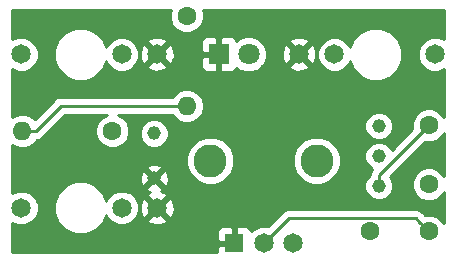
<source format=gbr>
G04 #@! TF.GenerationSoftware,KiCad,Pcbnew,(5.0.0)*
G04 #@! TF.CreationDate,2018-08-29T14:30:47+02:00*
G04 #@! TF.ProjectId,1u_lpg,31755F6C70672E6B696361645F706362,rev?*
G04 #@! TF.SameCoordinates,Original*
G04 #@! TF.FileFunction,Copper,L2,Bot,Signal*
G04 #@! TF.FilePolarity,Positive*
%FSLAX46Y46*%
G04 Gerber Fmt 4.6, Leading zero omitted, Abs format (unit mm)*
G04 Created by KiCad (PCBNEW (5.0.0)) date 08/29/18 14:30:47*
%MOMM*%
%LPD*%
G01*
G04 APERTURE LIST*
G04 #@! TA.AperFunction,ComponentPad*
%ADD10C,1.150000*%
G04 #@! TD*
G04 #@! TA.AperFunction,ComponentPad*
%ADD11C,1.800000*%
G04 #@! TD*
G04 #@! TA.AperFunction,ComponentPad*
%ADD12R,1.800000X1.800000*%
G04 #@! TD*
G04 #@! TA.AperFunction,ComponentPad*
%ADD13C,1.648460*%
G04 #@! TD*
G04 #@! TA.AperFunction,ComponentPad*
%ADD14R,1.648460X1.648460*%
G04 #@! TD*
G04 #@! TA.AperFunction,ComponentPad*
%ADD15C,2.794000*%
G04 #@! TD*
G04 #@! TA.AperFunction,ComponentPad*
%ADD16C,1.600000*%
G04 #@! TD*
G04 #@! TA.AperFunction,ComponentPad*
%ADD17O,1.600000X1.600000*%
G04 #@! TD*
G04 #@! TA.AperFunction,Conductor*
%ADD18C,0.250000*%
G04 #@! TD*
G04 #@! TA.AperFunction,Conductor*
%ADD19C,0.254000*%
G04 #@! TD*
G04 APERTURE END LIST*
D10*
G04 #@! TO.P,U1,1*
G04 #@! TO.N,GND*
X12750000Y-15000000D03*
G04 #@! TO.P,U1,3*
G04 #@! TO.N,Net-(C2-Pad1)*
X31750000Y-15640000D03*
G04 #@! TO.P,U1,5*
G04 #@! TO.N,Net-(J_IN_1-PadP$1_TIP)*
X31750000Y-10560000D03*
G04 #@! TO.P,U1,2*
G04 #@! TO.N,Net-(R_VAC_1-Pad1)*
X12750000Y-11200000D03*
G04 #@! TO.P,U1,4*
G04 #@! TO.N,Net-(C1-Pad1)*
X31750000Y-13100000D03*
G04 #@! TD*
D11*
G04 #@! TO.P,D1,2*
G04 #@! TO.N,Net-(D1-Pad2)*
X20750000Y-4500000D03*
D12*
G04 #@! TO.P,D1,1*
G04 #@! TO.N,GND*
X18210000Y-4500000D03*
G04 #@! TD*
D13*
G04 #@! TO.P,J_CV_1,P$1_TIP*
G04 #@! TO.N,Net-(J_CV_1-PadP$1_TIP)*
X1501280Y-17500000D03*
G04 #@! TO.P,J_CV_1,P$2_SWITCH*
G04 #@! TO.N,N/C*
X9997580Y-17500000D03*
G04 #@! TO.P,J_CV_1,P$3_SLEEVE*
G04 #@! TO.N,GND*
X12999860Y-17500000D03*
G04 #@! TD*
G04 #@! TO.P,J_IN_1,P$3_SLEEVE*
G04 #@! TO.N,GND*
X12999860Y-4500000D03*
G04 #@! TO.P,J_IN_1,P$2_SWITCH*
G04 #@! TO.N,N/C*
X9997580Y-4500000D03*
G04 #@! TO.P,J_IN_1,P$1_TIP*
G04 #@! TO.N,Net-(J_IN_1-PadP$1_TIP)*
X1501280Y-4500000D03*
G04 #@! TD*
G04 #@! TO.P,J_OUT_1,P$1_TIP*
G04 #@! TO.N,Net-(C2-Pad1)*
X36498720Y-4500000D03*
G04 #@! TO.P,J_OUT_1,P$2_SWITCH*
G04 #@! TO.N,N/C*
X28002420Y-4500000D03*
G04 #@! TO.P,J_OUT_1,P$3_SLEEVE*
G04 #@! TO.N,GND*
X25000140Y-4500000D03*
G04 #@! TD*
D14*
G04 #@! TO.P,RV1,1*
G04 #@! TO.N,GND*
X19500640Y-20497700D03*
D13*
G04 #@! TO.P,RV1,2*
G04 #@! TO.N,Net-(C1-Pad2)*
X22000000Y-20497700D03*
G04 #@! TO.P,RV1,3*
G04 #@! TO.N,N/C*
X24499360Y-20497700D03*
D15*
G04 #@! TO.P,RV1,CHASSIS1*
X17501660Y-13500000D03*
G04 #@! TO.P,RV1,CHASSIS2*
X26498340Y-13500000D03*
G04 #@! TD*
D16*
G04 #@! TO.P,R_VAC_1,1*
G04 #@! TO.N,Net-(R_VAC_1-Pad1)*
X9200000Y-11000000D03*
D17*
G04 #@! TO.P,R_VAC_1,2*
G04 #@! TO.N,Net-(J_CV_1-PadP$1_TIP)*
X1580000Y-11000000D03*
G04 #@! TD*
G04 #@! TO.P,R_LED_1,2*
G04 #@! TO.N,Net-(J_CV_1-PadP$1_TIP)*
X15500000Y-8870000D03*
D16*
G04 #@! TO.P,R_LED_1,1*
G04 #@! TO.N,Net-(D1-Pad2)*
X15500000Y-1250000D03*
G04 #@! TD*
G04 #@! TO.P,C1,2*
G04 #@! TO.N,Net-(C1-Pad2)*
X36000000Y-19500000D03*
G04 #@! TO.P,C1,1*
G04 #@! TO.N,Net-(C1-Pad1)*
X31000000Y-19500000D03*
G04 #@! TD*
G04 #@! TO.P,C2,1*
G04 #@! TO.N,Net-(C2-Pad1)*
X36000000Y-10500000D03*
G04 #@! TO.P,C2,2*
G04 #@! TO.N,Net-(C1-Pad2)*
X36000000Y-15500000D03*
G04 #@! TD*
D18*
G04 #@! TO.N,Net-(C1-Pad2)*
X35200001Y-18700001D02*
X36000000Y-19500000D01*
X34874999Y-18374999D02*
X35200001Y-18700001D01*
X24122701Y-18374999D02*
X34874999Y-18374999D01*
X22000000Y-20497700D02*
X24122701Y-18374999D01*
G04 #@! TO.N,Net-(J_CV_1-PadP$1_TIP)*
X14368630Y-8870000D02*
X15500000Y-8870000D01*
X4841370Y-8870000D02*
X14368630Y-8870000D01*
X2711370Y-11000000D02*
X4841370Y-8870000D01*
X1580000Y-11000000D02*
X2711370Y-11000000D01*
G04 #@! TO.N,Net-(C2-Pad1)*
X31750000Y-14750000D02*
X36000000Y-10500000D01*
X31750000Y-15640000D02*
X31750000Y-14750000D01*
G04 #@! TD*
D19*
G04 #@! TO.N,GND*
G36*
X14065000Y-964561D02*
X14065000Y-1535439D01*
X14283466Y-2062862D01*
X14687138Y-2466534D01*
X15214561Y-2685000D01*
X15785439Y-2685000D01*
X16312862Y-2466534D01*
X16716534Y-2062862D01*
X16935000Y-1535439D01*
X16935000Y-964561D01*
X16839913Y-735000D01*
X37265001Y-735000D01*
X37265001Y-3237945D01*
X36788979Y-3040770D01*
X36208461Y-3040770D01*
X35672133Y-3262925D01*
X35261645Y-3673413D01*
X35039490Y-4209741D01*
X35039490Y-4790259D01*
X35261645Y-5326587D01*
X35672133Y-5737075D01*
X36208461Y-5959230D01*
X36788979Y-5959230D01*
X37265001Y-5762055D01*
X37265001Y-9804146D01*
X37216534Y-9687138D01*
X36812862Y-9283466D01*
X36285439Y-9065000D01*
X35714561Y-9065000D01*
X35187138Y-9283466D01*
X34783466Y-9687138D01*
X34565000Y-10214561D01*
X34565000Y-10785439D01*
X34586896Y-10838302D01*
X32844565Y-12580633D01*
X32775788Y-12414590D01*
X32435410Y-12074212D01*
X31990684Y-11890000D01*
X31509316Y-11890000D01*
X31064590Y-12074212D01*
X30724212Y-12414590D01*
X30540000Y-12859316D01*
X30540000Y-13340684D01*
X30724212Y-13785410D01*
X31064590Y-14125788D01*
X31219936Y-14190135D01*
X31202072Y-14202071D01*
X31159672Y-14265527D01*
X31159671Y-14265528D01*
X31034097Y-14453463D01*
X30986611Y-14692191D01*
X30724212Y-14954590D01*
X30540000Y-15399316D01*
X30540000Y-15880684D01*
X30724212Y-16325410D01*
X31064590Y-16665788D01*
X31509316Y-16850000D01*
X31990684Y-16850000D01*
X32435410Y-16665788D01*
X32775788Y-16325410D01*
X32960000Y-15880684D01*
X32960000Y-15399316D01*
X32775788Y-14954590D01*
X32698000Y-14876802D01*
X35661698Y-11913104D01*
X35714561Y-11935000D01*
X36285439Y-11935000D01*
X36812862Y-11716534D01*
X37216534Y-11312862D01*
X37265000Y-11195854D01*
X37265000Y-14804146D01*
X37216534Y-14687138D01*
X36812862Y-14283466D01*
X36285439Y-14065000D01*
X35714561Y-14065000D01*
X35187138Y-14283466D01*
X34783466Y-14687138D01*
X34565000Y-15214561D01*
X34565000Y-15785439D01*
X34783466Y-16312862D01*
X35187138Y-16716534D01*
X35714561Y-16935000D01*
X36285439Y-16935000D01*
X36812862Y-16716534D01*
X37216534Y-16312862D01*
X37265000Y-16195854D01*
X37265000Y-18804146D01*
X37216534Y-18687138D01*
X36812862Y-18283466D01*
X36285439Y-18065000D01*
X35714561Y-18065000D01*
X35661698Y-18086897D01*
X35465330Y-17890529D01*
X35422928Y-17827070D01*
X35171536Y-17659095D01*
X34949851Y-17614999D01*
X34949846Y-17614999D01*
X34874999Y-17600111D01*
X34800152Y-17614999D01*
X24197549Y-17614999D01*
X24122701Y-17600111D01*
X24047853Y-17614999D01*
X24047849Y-17614999D01*
X23826164Y-17659095D01*
X23574772Y-17827070D01*
X23532372Y-17890526D01*
X22356847Y-19066052D01*
X22290259Y-19038470D01*
X21709741Y-19038470D01*
X21173413Y-19260625D01*
X20938491Y-19495547D01*
X20863197Y-19313771D01*
X20684568Y-19135143D01*
X20451179Y-19038470D01*
X19786390Y-19038470D01*
X19627640Y-19197220D01*
X19627640Y-20370700D01*
X19647640Y-20370700D01*
X19647640Y-20624700D01*
X19627640Y-20624700D01*
X19627640Y-20644700D01*
X19373640Y-20644700D01*
X19373640Y-20624700D01*
X18200160Y-20624700D01*
X18041410Y-20783450D01*
X18041410Y-21265000D01*
X735000Y-21265000D01*
X735000Y-18762055D01*
X1211021Y-18959230D01*
X1791539Y-18959230D01*
X2327867Y-18737075D01*
X2738355Y-18326587D01*
X2960510Y-17790259D01*
X2960510Y-17209741D01*
X2896593Y-17055431D01*
X4265000Y-17055431D01*
X4265000Y-17944569D01*
X4605259Y-18766026D01*
X5233974Y-19394741D01*
X6055431Y-19735000D01*
X6944569Y-19735000D01*
X7398054Y-19547160D01*
X18041410Y-19547160D01*
X18041410Y-20211950D01*
X18200160Y-20370700D01*
X19373640Y-20370700D01*
X19373640Y-19197220D01*
X19214890Y-19038470D01*
X18550101Y-19038470D01*
X18316712Y-19135143D01*
X18138083Y-19313771D01*
X18041410Y-19547160D01*
X7398054Y-19547160D01*
X7766026Y-19394741D01*
X8394741Y-18766026D01*
X8668634Y-18104791D01*
X8760505Y-18326587D01*
X9170993Y-18737075D01*
X9707321Y-18959230D01*
X10287839Y-18959230D01*
X10824167Y-18737075D01*
X11035947Y-18525295D01*
X12154170Y-18525295D01*
X12231279Y-18773926D01*
X12777295Y-18971077D01*
X13357194Y-18944270D01*
X13768441Y-18773926D01*
X13845550Y-18525295D01*
X12999860Y-17679605D01*
X12154170Y-18525295D01*
X11035947Y-18525295D01*
X11234655Y-18326587D01*
X11456810Y-17790259D01*
X11456810Y-17277435D01*
X11528783Y-17277435D01*
X11555590Y-17857334D01*
X11725934Y-18268581D01*
X11974565Y-18345690D01*
X12820255Y-17500000D01*
X13179465Y-17500000D01*
X14025155Y-18345690D01*
X14273786Y-18268581D01*
X14470937Y-17722565D01*
X14444130Y-17142666D01*
X14273786Y-16731419D01*
X14025155Y-16654310D01*
X13179465Y-17500000D01*
X12820255Y-17500000D01*
X11974565Y-16654310D01*
X11725934Y-16731419D01*
X11528783Y-17277435D01*
X11456810Y-17277435D01*
X11456810Y-17209741D01*
X11234655Y-16673413D01*
X10824167Y-16262925D01*
X10287839Y-16040770D01*
X9707321Y-16040770D01*
X9170993Y-16262925D01*
X8760505Y-16673413D01*
X8668634Y-16895209D01*
X8394741Y-16233974D01*
X8005354Y-15844587D01*
X12085018Y-15844587D01*
X12131443Y-16067435D01*
X12396177Y-16157771D01*
X12231279Y-16226074D01*
X12154170Y-16474705D01*
X12999860Y-17320395D01*
X13845550Y-16474705D01*
X13768441Y-16226074D01*
X13350174Y-16075050D01*
X13368557Y-16067435D01*
X13414982Y-15844587D01*
X12750000Y-15179605D01*
X12085018Y-15844587D01*
X8005354Y-15844587D01*
X7766026Y-15605259D01*
X6944569Y-15265000D01*
X6055431Y-15265000D01*
X5233974Y-15605259D01*
X4605259Y-16233974D01*
X4265000Y-17055431D01*
X2896593Y-17055431D01*
X2738355Y-16673413D01*
X2327867Y-16262925D01*
X1791539Y-16040770D01*
X1211021Y-16040770D01*
X735000Y-16237945D01*
X735000Y-14837018D01*
X11527108Y-14837018D01*
X11557824Y-15317405D01*
X11682565Y-15618557D01*
X11905413Y-15664982D01*
X12570395Y-15000000D01*
X12929605Y-15000000D01*
X13594587Y-15664982D01*
X13817435Y-15618557D01*
X13972892Y-15162982D01*
X13942176Y-14682595D01*
X13817435Y-14381443D01*
X13594587Y-14335018D01*
X12929605Y-15000000D01*
X12570395Y-15000000D01*
X11905413Y-14335018D01*
X11682565Y-14381443D01*
X11527108Y-14837018D01*
X735000Y-14837018D01*
X735000Y-14155413D01*
X12085018Y-14155413D01*
X12750000Y-14820395D01*
X13414982Y-14155413D01*
X13368557Y-13932565D01*
X12912982Y-13777108D01*
X12432595Y-13807824D01*
X12131443Y-13932565D01*
X12085018Y-14155413D01*
X735000Y-14155413D01*
X735000Y-13095810D01*
X15469660Y-13095810D01*
X15469660Y-13904190D01*
X15779014Y-14651035D01*
X16350625Y-15222646D01*
X17097470Y-15532000D01*
X17905850Y-15532000D01*
X18652695Y-15222646D01*
X19224306Y-14651035D01*
X19533660Y-13904190D01*
X19533660Y-13095810D01*
X24466340Y-13095810D01*
X24466340Y-13904190D01*
X24775694Y-14651035D01*
X25347305Y-15222646D01*
X26094150Y-15532000D01*
X26902530Y-15532000D01*
X27649375Y-15222646D01*
X28220986Y-14651035D01*
X28530340Y-13904190D01*
X28530340Y-13095810D01*
X28220986Y-12348965D01*
X27649375Y-11777354D01*
X26902530Y-11468000D01*
X26094150Y-11468000D01*
X25347305Y-11777354D01*
X24775694Y-12348965D01*
X24466340Y-13095810D01*
X19533660Y-13095810D01*
X19224306Y-12348965D01*
X18652695Y-11777354D01*
X17905850Y-11468000D01*
X17097470Y-11468000D01*
X16350625Y-11777354D01*
X15779014Y-12348965D01*
X15469660Y-13095810D01*
X735000Y-13095810D01*
X735000Y-12161248D01*
X1020091Y-12351740D01*
X1438667Y-12435000D01*
X1721333Y-12435000D01*
X2139909Y-12351740D01*
X2614577Y-12034577D01*
X2799855Y-11757288D01*
X3007907Y-11715904D01*
X3259299Y-11547929D01*
X3301701Y-11484470D01*
X5156172Y-9630000D01*
X8757637Y-9630000D01*
X8387138Y-9783466D01*
X7983466Y-10187138D01*
X7765000Y-10714561D01*
X7765000Y-11285439D01*
X7983466Y-11812862D01*
X8387138Y-12216534D01*
X8914561Y-12435000D01*
X9485439Y-12435000D01*
X10012862Y-12216534D01*
X10416534Y-11812862D01*
X10635000Y-11285439D01*
X10635000Y-10959316D01*
X11540000Y-10959316D01*
X11540000Y-11440684D01*
X11724212Y-11885410D01*
X12064590Y-12225788D01*
X12509316Y-12410000D01*
X12990684Y-12410000D01*
X13435410Y-12225788D01*
X13775788Y-11885410D01*
X13960000Y-11440684D01*
X13960000Y-10959316D01*
X13775788Y-10514590D01*
X13580514Y-10319316D01*
X30540000Y-10319316D01*
X30540000Y-10800684D01*
X30724212Y-11245410D01*
X31064590Y-11585788D01*
X31509316Y-11770000D01*
X31990684Y-11770000D01*
X32435410Y-11585788D01*
X32775788Y-11245410D01*
X32960000Y-10800684D01*
X32960000Y-10319316D01*
X32775788Y-9874590D01*
X32435410Y-9534212D01*
X31990684Y-9350000D01*
X31509316Y-9350000D01*
X31064590Y-9534212D01*
X30724212Y-9874590D01*
X30540000Y-10319316D01*
X13580514Y-10319316D01*
X13435410Y-10174212D01*
X12990684Y-9990000D01*
X12509316Y-9990000D01*
X12064590Y-10174212D01*
X11724212Y-10514590D01*
X11540000Y-10959316D01*
X10635000Y-10959316D01*
X10635000Y-10714561D01*
X10416534Y-10187138D01*
X10012862Y-9783466D01*
X9642363Y-9630000D01*
X14281957Y-9630000D01*
X14465423Y-9904577D01*
X14940091Y-10221740D01*
X15358667Y-10305000D01*
X15641333Y-10305000D01*
X16059909Y-10221740D01*
X16534577Y-9904577D01*
X16851740Y-9429909D01*
X16963113Y-8870000D01*
X16851740Y-8310091D01*
X16534577Y-7835423D01*
X16059909Y-7518260D01*
X15641333Y-7435000D01*
X15358667Y-7435000D01*
X14940091Y-7518260D01*
X14465423Y-7835423D01*
X14281957Y-8110000D01*
X4916217Y-8110000D01*
X4841370Y-8095112D01*
X4766523Y-8110000D01*
X4766518Y-8110000D01*
X4544833Y-8154096D01*
X4293441Y-8322071D01*
X4251041Y-8385527D01*
X2637235Y-9999333D01*
X2614577Y-9965423D01*
X2139909Y-9648260D01*
X1721333Y-9565000D01*
X1438667Y-9565000D01*
X1020091Y-9648260D01*
X735000Y-9838752D01*
X735000Y-5762055D01*
X1211021Y-5959230D01*
X1791539Y-5959230D01*
X2327867Y-5737075D01*
X2738355Y-5326587D01*
X2960510Y-4790259D01*
X2960510Y-4209741D01*
X2896593Y-4055431D01*
X4265000Y-4055431D01*
X4265000Y-4944569D01*
X4605259Y-5766026D01*
X5233974Y-6394741D01*
X6055431Y-6735000D01*
X6944569Y-6735000D01*
X7766026Y-6394741D01*
X8394741Y-5766026D01*
X8668634Y-5104791D01*
X8760505Y-5326587D01*
X9170993Y-5737075D01*
X9707321Y-5959230D01*
X10287839Y-5959230D01*
X10824167Y-5737075D01*
X11035947Y-5525295D01*
X12154170Y-5525295D01*
X12231279Y-5773926D01*
X12777295Y-5971077D01*
X13357194Y-5944270D01*
X13768441Y-5773926D01*
X13845550Y-5525295D01*
X12999860Y-4679605D01*
X12154170Y-5525295D01*
X11035947Y-5525295D01*
X11234655Y-5326587D01*
X11456810Y-4790259D01*
X11456810Y-4277435D01*
X11528783Y-4277435D01*
X11555590Y-4857334D01*
X11725934Y-5268581D01*
X11974565Y-5345690D01*
X12820255Y-4500000D01*
X13179465Y-4500000D01*
X14025155Y-5345690D01*
X14273786Y-5268581D01*
X14448122Y-4785750D01*
X16675000Y-4785750D01*
X16675000Y-5526310D01*
X16771673Y-5759699D01*
X16950302Y-5938327D01*
X17183691Y-6035000D01*
X17924250Y-6035000D01*
X18083000Y-5876250D01*
X18083000Y-4627000D01*
X16833750Y-4627000D01*
X16675000Y-4785750D01*
X14448122Y-4785750D01*
X14470937Y-4722565D01*
X14444130Y-4142666D01*
X14273786Y-3731419D01*
X14025155Y-3654310D01*
X13179465Y-4500000D01*
X12820255Y-4500000D01*
X11974565Y-3654310D01*
X11725934Y-3731419D01*
X11528783Y-4277435D01*
X11456810Y-4277435D01*
X11456810Y-4209741D01*
X11234655Y-3673413D01*
X11035947Y-3474705D01*
X12154170Y-3474705D01*
X12999860Y-4320395D01*
X13845550Y-3474705D01*
X13845236Y-3473690D01*
X16675000Y-3473690D01*
X16675000Y-4214250D01*
X16833750Y-4373000D01*
X18083000Y-4373000D01*
X18083000Y-3123750D01*
X18337000Y-3123750D01*
X18337000Y-4373000D01*
X18357000Y-4373000D01*
X18357000Y-4627000D01*
X18337000Y-4627000D01*
X18337000Y-5876250D01*
X18495750Y-6035000D01*
X19236309Y-6035000D01*
X19469698Y-5938327D01*
X19648327Y-5759699D01*
X19704139Y-5624956D01*
X19880493Y-5801310D01*
X20444670Y-6035000D01*
X21055330Y-6035000D01*
X21619507Y-5801310D01*
X21895522Y-5525295D01*
X24154450Y-5525295D01*
X24231559Y-5773926D01*
X24777575Y-5971077D01*
X25357474Y-5944270D01*
X25768721Y-5773926D01*
X25845830Y-5525295D01*
X25000140Y-4679605D01*
X24154450Y-5525295D01*
X21895522Y-5525295D01*
X22051310Y-5369507D01*
X22285000Y-4805330D01*
X22285000Y-4277435D01*
X23529063Y-4277435D01*
X23555870Y-4857334D01*
X23726214Y-5268581D01*
X23974845Y-5345690D01*
X24820535Y-4500000D01*
X25179745Y-4500000D01*
X26025435Y-5345690D01*
X26274066Y-5268581D01*
X26471217Y-4722565D01*
X26447511Y-4209741D01*
X26543190Y-4209741D01*
X26543190Y-4790259D01*
X26765345Y-5326587D01*
X27175833Y-5737075D01*
X27712161Y-5959230D01*
X28292679Y-5959230D01*
X28829007Y-5737075D01*
X29239495Y-5326587D01*
X29331366Y-5104791D01*
X29605259Y-5766026D01*
X30233974Y-6394741D01*
X31055431Y-6735000D01*
X31944569Y-6735000D01*
X32766026Y-6394741D01*
X33394741Y-5766026D01*
X33735000Y-4944569D01*
X33735000Y-4055431D01*
X33394741Y-3233974D01*
X32766026Y-2605259D01*
X31944569Y-2265000D01*
X31055431Y-2265000D01*
X30233974Y-2605259D01*
X29605259Y-3233974D01*
X29331366Y-3895209D01*
X29239495Y-3673413D01*
X28829007Y-3262925D01*
X28292679Y-3040770D01*
X27712161Y-3040770D01*
X27175833Y-3262925D01*
X26765345Y-3673413D01*
X26543190Y-4209741D01*
X26447511Y-4209741D01*
X26444410Y-4142666D01*
X26274066Y-3731419D01*
X26025435Y-3654310D01*
X25179745Y-4500000D01*
X24820535Y-4500000D01*
X23974845Y-3654310D01*
X23726214Y-3731419D01*
X23529063Y-4277435D01*
X22285000Y-4277435D01*
X22285000Y-4194670D01*
X22051310Y-3630493D01*
X21895522Y-3474705D01*
X24154450Y-3474705D01*
X25000140Y-4320395D01*
X25845830Y-3474705D01*
X25768721Y-3226074D01*
X25222705Y-3028923D01*
X24642806Y-3055730D01*
X24231559Y-3226074D01*
X24154450Y-3474705D01*
X21895522Y-3474705D01*
X21619507Y-3198690D01*
X21055330Y-2965000D01*
X20444670Y-2965000D01*
X19880493Y-3198690D01*
X19704139Y-3375044D01*
X19648327Y-3240301D01*
X19469698Y-3061673D01*
X19236309Y-2965000D01*
X18495750Y-2965000D01*
X18337000Y-3123750D01*
X18083000Y-3123750D01*
X17924250Y-2965000D01*
X17183691Y-2965000D01*
X16950302Y-3061673D01*
X16771673Y-3240301D01*
X16675000Y-3473690D01*
X13845236Y-3473690D01*
X13768441Y-3226074D01*
X13222425Y-3028923D01*
X12642526Y-3055730D01*
X12231279Y-3226074D01*
X12154170Y-3474705D01*
X11035947Y-3474705D01*
X10824167Y-3262925D01*
X10287839Y-3040770D01*
X9707321Y-3040770D01*
X9170993Y-3262925D01*
X8760505Y-3673413D01*
X8668634Y-3895209D01*
X8394741Y-3233974D01*
X7766026Y-2605259D01*
X6944569Y-2265000D01*
X6055431Y-2265000D01*
X5233974Y-2605259D01*
X4605259Y-3233974D01*
X4265000Y-4055431D01*
X2896593Y-4055431D01*
X2738355Y-3673413D01*
X2327867Y-3262925D01*
X1791539Y-3040770D01*
X1211021Y-3040770D01*
X735000Y-3237945D01*
X735000Y-735000D01*
X14160087Y-735000D01*
X14065000Y-964561D01*
X14065000Y-964561D01*
G37*
X14065000Y-964561D02*
X14065000Y-1535439D01*
X14283466Y-2062862D01*
X14687138Y-2466534D01*
X15214561Y-2685000D01*
X15785439Y-2685000D01*
X16312862Y-2466534D01*
X16716534Y-2062862D01*
X16935000Y-1535439D01*
X16935000Y-964561D01*
X16839913Y-735000D01*
X37265001Y-735000D01*
X37265001Y-3237945D01*
X36788979Y-3040770D01*
X36208461Y-3040770D01*
X35672133Y-3262925D01*
X35261645Y-3673413D01*
X35039490Y-4209741D01*
X35039490Y-4790259D01*
X35261645Y-5326587D01*
X35672133Y-5737075D01*
X36208461Y-5959230D01*
X36788979Y-5959230D01*
X37265001Y-5762055D01*
X37265001Y-9804146D01*
X37216534Y-9687138D01*
X36812862Y-9283466D01*
X36285439Y-9065000D01*
X35714561Y-9065000D01*
X35187138Y-9283466D01*
X34783466Y-9687138D01*
X34565000Y-10214561D01*
X34565000Y-10785439D01*
X34586896Y-10838302D01*
X32844565Y-12580633D01*
X32775788Y-12414590D01*
X32435410Y-12074212D01*
X31990684Y-11890000D01*
X31509316Y-11890000D01*
X31064590Y-12074212D01*
X30724212Y-12414590D01*
X30540000Y-12859316D01*
X30540000Y-13340684D01*
X30724212Y-13785410D01*
X31064590Y-14125788D01*
X31219936Y-14190135D01*
X31202072Y-14202071D01*
X31159672Y-14265527D01*
X31159671Y-14265528D01*
X31034097Y-14453463D01*
X30986611Y-14692191D01*
X30724212Y-14954590D01*
X30540000Y-15399316D01*
X30540000Y-15880684D01*
X30724212Y-16325410D01*
X31064590Y-16665788D01*
X31509316Y-16850000D01*
X31990684Y-16850000D01*
X32435410Y-16665788D01*
X32775788Y-16325410D01*
X32960000Y-15880684D01*
X32960000Y-15399316D01*
X32775788Y-14954590D01*
X32698000Y-14876802D01*
X35661698Y-11913104D01*
X35714561Y-11935000D01*
X36285439Y-11935000D01*
X36812862Y-11716534D01*
X37216534Y-11312862D01*
X37265000Y-11195854D01*
X37265000Y-14804146D01*
X37216534Y-14687138D01*
X36812862Y-14283466D01*
X36285439Y-14065000D01*
X35714561Y-14065000D01*
X35187138Y-14283466D01*
X34783466Y-14687138D01*
X34565000Y-15214561D01*
X34565000Y-15785439D01*
X34783466Y-16312862D01*
X35187138Y-16716534D01*
X35714561Y-16935000D01*
X36285439Y-16935000D01*
X36812862Y-16716534D01*
X37216534Y-16312862D01*
X37265000Y-16195854D01*
X37265000Y-18804146D01*
X37216534Y-18687138D01*
X36812862Y-18283466D01*
X36285439Y-18065000D01*
X35714561Y-18065000D01*
X35661698Y-18086897D01*
X35465330Y-17890529D01*
X35422928Y-17827070D01*
X35171536Y-17659095D01*
X34949851Y-17614999D01*
X34949846Y-17614999D01*
X34874999Y-17600111D01*
X34800152Y-17614999D01*
X24197549Y-17614999D01*
X24122701Y-17600111D01*
X24047853Y-17614999D01*
X24047849Y-17614999D01*
X23826164Y-17659095D01*
X23574772Y-17827070D01*
X23532372Y-17890526D01*
X22356847Y-19066052D01*
X22290259Y-19038470D01*
X21709741Y-19038470D01*
X21173413Y-19260625D01*
X20938491Y-19495547D01*
X20863197Y-19313771D01*
X20684568Y-19135143D01*
X20451179Y-19038470D01*
X19786390Y-19038470D01*
X19627640Y-19197220D01*
X19627640Y-20370700D01*
X19647640Y-20370700D01*
X19647640Y-20624700D01*
X19627640Y-20624700D01*
X19627640Y-20644700D01*
X19373640Y-20644700D01*
X19373640Y-20624700D01*
X18200160Y-20624700D01*
X18041410Y-20783450D01*
X18041410Y-21265000D01*
X735000Y-21265000D01*
X735000Y-18762055D01*
X1211021Y-18959230D01*
X1791539Y-18959230D01*
X2327867Y-18737075D01*
X2738355Y-18326587D01*
X2960510Y-17790259D01*
X2960510Y-17209741D01*
X2896593Y-17055431D01*
X4265000Y-17055431D01*
X4265000Y-17944569D01*
X4605259Y-18766026D01*
X5233974Y-19394741D01*
X6055431Y-19735000D01*
X6944569Y-19735000D01*
X7398054Y-19547160D01*
X18041410Y-19547160D01*
X18041410Y-20211950D01*
X18200160Y-20370700D01*
X19373640Y-20370700D01*
X19373640Y-19197220D01*
X19214890Y-19038470D01*
X18550101Y-19038470D01*
X18316712Y-19135143D01*
X18138083Y-19313771D01*
X18041410Y-19547160D01*
X7398054Y-19547160D01*
X7766026Y-19394741D01*
X8394741Y-18766026D01*
X8668634Y-18104791D01*
X8760505Y-18326587D01*
X9170993Y-18737075D01*
X9707321Y-18959230D01*
X10287839Y-18959230D01*
X10824167Y-18737075D01*
X11035947Y-18525295D01*
X12154170Y-18525295D01*
X12231279Y-18773926D01*
X12777295Y-18971077D01*
X13357194Y-18944270D01*
X13768441Y-18773926D01*
X13845550Y-18525295D01*
X12999860Y-17679605D01*
X12154170Y-18525295D01*
X11035947Y-18525295D01*
X11234655Y-18326587D01*
X11456810Y-17790259D01*
X11456810Y-17277435D01*
X11528783Y-17277435D01*
X11555590Y-17857334D01*
X11725934Y-18268581D01*
X11974565Y-18345690D01*
X12820255Y-17500000D01*
X13179465Y-17500000D01*
X14025155Y-18345690D01*
X14273786Y-18268581D01*
X14470937Y-17722565D01*
X14444130Y-17142666D01*
X14273786Y-16731419D01*
X14025155Y-16654310D01*
X13179465Y-17500000D01*
X12820255Y-17500000D01*
X11974565Y-16654310D01*
X11725934Y-16731419D01*
X11528783Y-17277435D01*
X11456810Y-17277435D01*
X11456810Y-17209741D01*
X11234655Y-16673413D01*
X10824167Y-16262925D01*
X10287839Y-16040770D01*
X9707321Y-16040770D01*
X9170993Y-16262925D01*
X8760505Y-16673413D01*
X8668634Y-16895209D01*
X8394741Y-16233974D01*
X8005354Y-15844587D01*
X12085018Y-15844587D01*
X12131443Y-16067435D01*
X12396177Y-16157771D01*
X12231279Y-16226074D01*
X12154170Y-16474705D01*
X12999860Y-17320395D01*
X13845550Y-16474705D01*
X13768441Y-16226074D01*
X13350174Y-16075050D01*
X13368557Y-16067435D01*
X13414982Y-15844587D01*
X12750000Y-15179605D01*
X12085018Y-15844587D01*
X8005354Y-15844587D01*
X7766026Y-15605259D01*
X6944569Y-15265000D01*
X6055431Y-15265000D01*
X5233974Y-15605259D01*
X4605259Y-16233974D01*
X4265000Y-17055431D01*
X2896593Y-17055431D01*
X2738355Y-16673413D01*
X2327867Y-16262925D01*
X1791539Y-16040770D01*
X1211021Y-16040770D01*
X735000Y-16237945D01*
X735000Y-14837018D01*
X11527108Y-14837018D01*
X11557824Y-15317405D01*
X11682565Y-15618557D01*
X11905413Y-15664982D01*
X12570395Y-15000000D01*
X12929605Y-15000000D01*
X13594587Y-15664982D01*
X13817435Y-15618557D01*
X13972892Y-15162982D01*
X13942176Y-14682595D01*
X13817435Y-14381443D01*
X13594587Y-14335018D01*
X12929605Y-15000000D01*
X12570395Y-15000000D01*
X11905413Y-14335018D01*
X11682565Y-14381443D01*
X11527108Y-14837018D01*
X735000Y-14837018D01*
X735000Y-14155413D01*
X12085018Y-14155413D01*
X12750000Y-14820395D01*
X13414982Y-14155413D01*
X13368557Y-13932565D01*
X12912982Y-13777108D01*
X12432595Y-13807824D01*
X12131443Y-13932565D01*
X12085018Y-14155413D01*
X735000Y-14155413D01*
X735000Y-13095810D01*
X15469660Y-13095810D01*
X15469660Y-13904190D01*
X15779014Y-14651035D01*
X16350625Y-15222646D01*
X17097470Y-15532000D01*
X17905850Y-15532000D01*
X18652695Y-15222646D01*
X19224306Y-14651035D01*
X19533660Y-13904190D01*
X19533660Y-13095810D01*
X24466340Y-13095810D01*
X24466340Y-13904190D01*
X24775694Y-14651035D01*
X25347305Y-15222646D01*
X26094150Y-15532000D01*
X26902530Y-15532000D01*
X27649375Y-15222646D01*
X28220986Y-14651035D01*
X28530340Y-13904190D01*
X28530340Y-13095810D01*
X28220986Y-12348965D01*
X27649375Y-11777354D01*
X26902530Y-11468000D01*
X26094150Y-11468000D01*
X25347305Y-11777354D01*
X24775694Y-12348965D01*
X24466340Y-13095810D01*
X19533660Y-13095810D01*
X19224306Y-12348965D01*
X18652695Y-11777354D01*
X17905850Y-11468000D01*
X17097470Y-11468000D01*
X16350625Y-11777354D01*
X15779014Y-12348965D01*
X15469660Y-13095810D01*
X735000Y-13095810D01*
X735000Y-12161248D01*
X1020091Y-12351740D01*
X1438667Y-12435000D01*
X1721333Y-12435000D01*
X2139909Y-12351740D01*
X2614577Y-12034577D01*
X2799855Y-11757288D01*
X3007907Y-11715904D01*
X3259299Y-11547929D01*
X3301701Y-11484470D01*
X5156172Y-9630000D01*
X8757637Y-9630000D01*
X8387138Y-9783466D01*
X7983466Y-10187138D01*
X7765000Y-10714561D01*
X7765000Y-11285439D01*
X7983466Y-11812862D01*
X8387138Y-12216534D01*
X8914561Y-12435000D01*
X9485439Y-12435000D01*
X10012862Y-12216534D01*
X10416534Y-11812862D01*
X10635000Y-11285439D01*
X10635000Y-10959316D01*
X11540000Y-10959316D01*
X11540000Y-11440684D01*
X11724212Y-11885410D01*
X12064590Y-12225788D01*
X12509316Y-12410000D01*
X12990684Y-12410000D01*
X13435410Y-12225788D01*
X13775788Y-11885410D01*
X13960000Y-11440684D01*
X13960000Y-10959316D01*
X13775788Y-10514590D01*
X13580514Y-10319316D01*
X30540000Y-10319316D01*
X30540000Y-10800684D01*
X30724212Y-11245410D01*
X31064590Y-11585788D01*
X31509316Y-11770000D01*
X31990684Y-11770000D01*
X32435410Y-11585788D01*
X32775788Y-11245410D01*
X32960000Y-10800684D01*
X32960000Y-10319316D01*
X32775788Y-9874590D01*
X32435410Y-9534212D01*
X31990684Y-9350000D01*
X31509316Y-9350000D01*
X31064590Y-9534212D01*
X30724212Y-9874590D01*
X30540000Y-10319316D01*
X13580514Y-10319316D01*
X13435410Y-10174212D01*
X12990684Y-9990000D01*
X12509316Y-9990000D01*
X12064590Y-10174212D01*
X11724212Y-10514590D01*
X11540000Y-10959316D01*
X10635000Y-10959316D01*
X10635000Y-10714561D01*
X10416534Y-10187138D01*
X10012862Y-9783466D01*
X9642363Y-9630000D01*
X14281957Y-9630000D01*
X14465423Y-9904577D01*
X14940091Y-10221740D01*
X15358667Y-10305000D01*
X15641333Y-10305000D01*
X16059909Y-10221740D01*
X16534577Y-9904577D01*
X16851740Y-9429909D01*
X16963113Y-8870000D01*
X16851740Y-8310091D01*
X16534577Y-7835423D01*
X16059909Y-7518260D01*
X15641333Y-7435000D01*
X15358667Y-7435000D01*
X14940091Y-7518260D01*
X14465423Y-7835423D01*
X14281957Y-8110000D01*
X4916217Y-8110000D01*
X4841370Y-8095112D01*
X4766523Y-8110000D01*
X4766518Y-8110000D01*
X4544833Y-8154096D01*
X4293441Y-8322071D01*
X4251041Y-8385527D01*
X2637235Y-9999333D01*
X2614577Y-9965423D01*
X2139909Y-9648260D01*
X1721333Y-9565000D01*
X1438667Y-9565000D01*
X1020091Y-9648260D01*
X735000Y-9838752D01*
X735000Y-5762055D01*
X1211021Y-5959230D01*
X1791539Y-5959230D01*
X2327867Y-5737075D01*
X2738355Y-5326587D01*
X2960510Y-4790259D01*
X2960510Y-4209741D01*
X2896593Y-4055431D01*
X4265000Y-4055431D01*
X4265000Y-4944569D01*
X4605259Y-5766026D01*
X5233974Y-6394741D01*
X6055431Y-6735000D01*
X6944569Y-6735000D01*
X7766026Y-6394741D01*
X8394741Y-5766026D01*
X8668634Y-5104791D01*
X8760505Y-5326587D01*
X9170993Y-5737075D01*
X9707321Y-5959230D01*
X10287839Y-5959230D01*
X10824167Y-5737075D01*
X11035947Y-5525295D01*
X12154170Y-5525295D01*
X12231279Y-5773926D01*
X12777295Y-5971077D01*
X13357194Y-5944270D01*
X13768441Y-5773926D01*
X13845550Y-5525295D01*
X12999860Y-4679605D01*
X12154170Y-5525295D01*
X11035947Y-5525295D01*
X11234655Y-5326587D01*
X11456810Y-4790259D01*
X11456810Y-4277435D01*
X11528783Y-4277435D01*
X11555590Y-4857334D01*
X11725934Y-5268581D01*
X11974565Y-5345690D01*
X12820255Y-4500000D01*
X13179465Y-4500000D01*
X14025155Y-5345690D01*
X14273786Y-5268581D01*
X14448122Y-4785750D01*
X16675000Y-4785750D01*
X16675000Y-5526310D01*
X16771673Y-5759699D01*
X16950302Y-5938327D01*
X17183691Y-6035000D01*
X17924250Y-6035000D01*
X18083000Y-5876250D01*
X18083000Y-4627000D01*
X16833750Y-4627000D01*
X16675000Y-4785750D01*
X14448122Y-4785750D01*
X14470937Y-4722565D01*
X14444130Y-4142666D01*
X14273786Y-3731419D01*
X14025155Y-3654310D01*
X13179465Y-4500000D01*
X12820255Y-4500000D01*
X11974565Y-3654310D01*
X11725934Y-3731419D01*
X11528783Y-4277435D01*
X11456810Y-4277435D01*
X11456810Y-4209741D01*
X11234655Y-3673413D01*
X11035947Y-3474705D01*
X12154170Y-3474705D01*
X12999860Y-4320395D01*
X13845550Y-3474705D01*
X13845236Y-3473690D01*
X16675000Y-3473690D01*
X16675000Y-4214250D01*
X16833750Y-4373000D01*
X18083000Y-4373000D01*
X18083000Y-3123750D01*
X18337000Y-3123750D01*
X18337000Y-4373000D01*
X18357000Y-4373000D01*
X18357000Y-4627000D01*
X18337000Y-4627000D01*
X18337000Y-5876250D01*
X18495750Y-6035000D01*
X19236309Y-6035000D01*
X19469698Y-5938327D01*
X19648327Y-5759699D01*
X19704139Y-5624956D01*
X19880493Y-5801310D01*
X20444670Y-6035000D01*
X21055330Y-6035000D01*
X21619507Y-5801310D01*
X21895522Y-5525295D01*
X24154450Y-5525295D01*
X24231559Y-5773926D01*
X24777575Y-5971077D01*
X25357474Y-5944270D01*
X25768721Y-5773926D01*
X25845830Y-5525295D01*
X25000140Y-4679605D01*
X24154450Y-5525295D01*
X21895522Y-5525295D01*
X22051310Y-5369507D01*
X22285000Y-4805330D01*
X22285000Y-4277435D01*
X23529063Y-4277435D01*
X23555870Y-4857334D01*
X23726214Y-5268581D01*
X23974845Y-5345690D01*
X24820535Y-4500000D01*
X25179745Y-4500000D01*
X26025435Y-5345690D01*
X26274066Y-5268581D01*
X26471217Y-4722565D01*
X26447511Y-4209741D01*
X26543190Y-4209741D01*
X26543190Y-4790259D01*
X26765345Y-5326587D01*
X27175833Y-5737075D01*
X27712161Y-5959230D01*
X28292679Y-5959230D01*
X28829007Y-5737075D01*
X29239495Y-5326587D01*
X29331366Y-5104791D01*
X29605259Y-5766026D01*
X30233974Y-6394741D01*
X31055431Y-6735000D01*
X31944569Y-6735000D01*
X32766026Y-6394741D01*
X33394741Y-5766026D01*
X33735000Y-4944569D01*
X33735000Y-4055431D01*
X33394741Y-3233974D01*
X32766026Y-2605259D01*
X31944569Y-2265000D01*
X31055431Y-2265000D01*
X30233974Y-2605259D01*
X29605259Y-3233974D01*
X29331366Y-3895209D01*
X29239495Y-3673413D01*
X28829007Y-3262925D01*
X28292679Y-3040770D01*
X27712161Y-3040770D01*
X27175833Y-3262925D01*
X26765345Y-3673413D01*
X26543190Y-4209741D01*
X26447511Y-4209741D01*
X26444410Y-4142666D01*
X26274066Y-3731419D01*
X26025435Y-3654310D01*
X25179745Y-4500000D01*
X24820535Y-4500000D01*
X23974845Y-3654310D01*
X23726214Y-3731419D01*
X23529063Y-4277435D01*
X22285000Y-4277435D01*
X22285000Y-4194670D01*
X22051310Y-3630493D01*
X21895522Y-3474705D01*
X24154450Y-3474705D01*
X25000140Y-4320395D01*
X25845830Y-3474705D01*
X25768721Y-3226074D01*
X25222705Y-3028923D01*
X24642806Y-3055730D01*
X24231559Y-3226074D01*
X24154450Y-3474705D01*
X21895522Y-3474705D01*
X21619507Y-3198690D01*
X21055330Y-2965000D01*
X20444670Y-2965000D01*
X19880493Y-3198690D01*
X19704139Y-3375044D01*
X19648327Y-3240301D01*
X19469698Y-3061673D01*
X19236309Y-2965000D01*
X18495750Y-2965000D01*
X18337000Y-3123750D01*
X18083000Y-3123750D01*
X17924250Y-2965000D01*
X17183691Y-2965000D01*
X16950302Y-3061673D01*
X16771673Y-3240301D01*
X16675000Y-3473690D01*
X13845236Y-3473690D01*
X13768441Y-3226074D01*
X13222425Y-3028923D01*
X12642526Y-3055730D01*
X12231279Y-3226074D01*
X12154170Y-3474705D01*
X11035947Y-3474705D01*
X10824167Y-3262925D01*
X10287839Y-3040770D01*
X9707321Y-3040770D01*
X9170993Y-3262925D01*
X8760505Y-3673413D01*
X8668634Y-3895209D01*
X8394741Y-3233974D01*
X7766026Y-2605259D01*
X6944569Y-2265000D01*
X6055431Y-2265000D01*
X5233974Y-2605259D01*
X4605259Y-3233974D01*
X4265000Y-4055431D01*
X2896593Y-4055431D01*
X2738355Y-3673413D01*
X2327867Y-3262925D01*
X1791539Y-3040770D01*
X1211021Y-3040770D01*
X735000Y-3237945D01*
X735000Y-735000D01*
X14160087Y-735000D01*
X14065000Y-964561D01*
G04 #@! TD*
M02*

</source>
